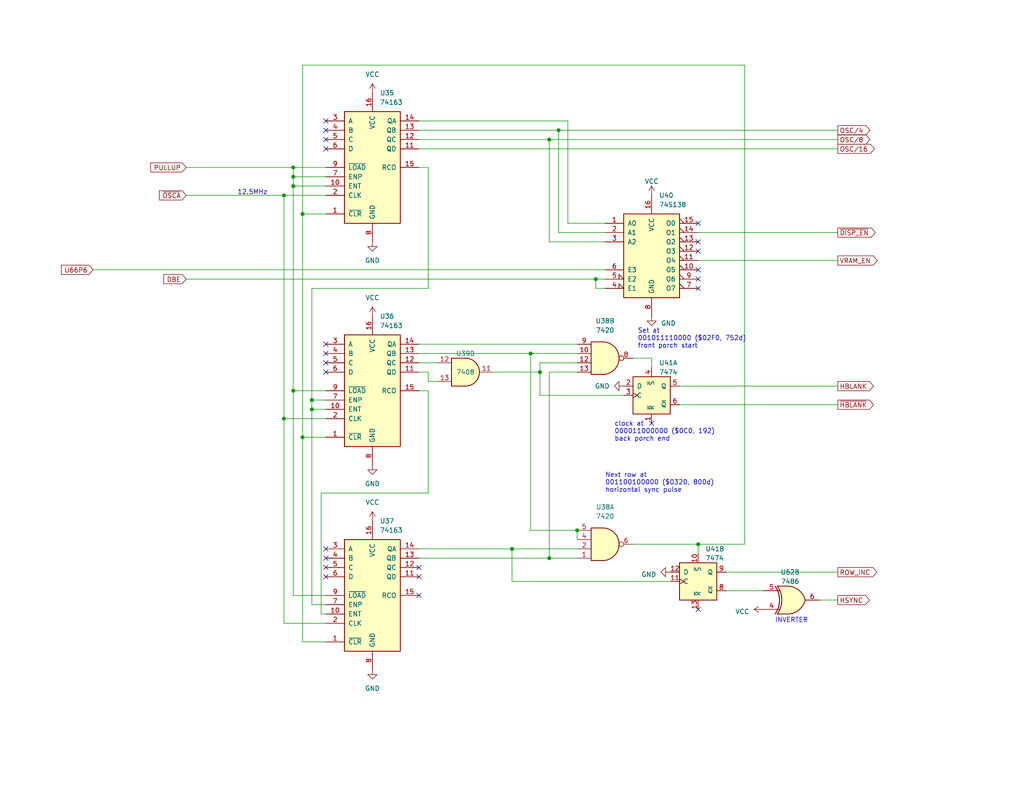
<source format=kicad_sch>
(kicad_sch (version 20230121) (generator eeschema)
  (paper "USLetter")
  (lib_symbols
    (symbol "74LS20_1" (pin_names (offset 1.016))
      (property "Reference" "U" (at 0 1.27 0))
      (property "Value" "74LS20_1" (at 0 -1.27 0))
      (symbol "74LS20_1_1_1"
        (arc (start -0.635 -4.445) (mid 3.7907 0) (end -0.635 4.445) (stroke (width 0.254)) (fill (type background)))
        (polyline (pts (xy -0.635 4.445) (xy -3.81 4.445) (xy -3.81 -4.445) (xy -0.635 -4.445)) (stroke (width 0.254)) (fill (type background)))
        (pin input line (at -7.62 3.81 0) (length 3.81) (name "~") (number "1"))
        (pin input line (at -7.62 1.27 0) (length 3.81) (name "~") (number "2"))
        (pin input line (at -7.62 -1.27 0) (length 3.81) (name "~") (number "4"))
        (pin input line (at -7.62 -3.81 0) (length 3.81) (name "~") (number "5"))
        (pin output inverted (at 7.62 0 180) (length 3.81) (name "~") (number "6"))
      )
      (symbol "74LS20_1_1_2"
        (arc (start -3.81 -4.445) (mid -2.5908 0) (end -3.81 4.445) (stroke (width 0.254)))
        (arc (start -0.6096 -4.445) (mid 2.2246 -2.8422) (end 3.81 0) (stroke (width 0.254)) (fill (type background)))
        (polyline (pts (xy -3.81 -4.445) (xy -0.635 -4.445)) (stroke (width 0.254)) (fill (type background)))
        (polyline (pts (xy -3.81 4.445) (xy -0.635 4.445)) (stroke (width 0.254)) (fill (type background)))
        (polyline (pts (xy -0.635 4.445) (xy -3.81 4.445) (xy -3.81 4.445) (xy -3.6322 4.0894) (xy -3.0988 2.921) (xy -2.7686 1.6764) (xy -2.6162 0.4318) (xy -2.6416 -0.8636) (xy -2.8702 -2.1082) (xy -3.2512 -3.3274) (xy -3.81 -4.445) (xy -3.81 -4.445) (xy -0.635 -4.445)) (stroke (width -25.4)) (fill (type background)))
        (arc (start 3.81 0) (mid 2.2204 2.8379) (end -0.6096 4.445) (stroke (width 0.254)) (fill (type background)))
        (pin input inverted (at -7.62 3.81 0) (length 3.81) (name "~") (number "1"))
        (pin input inverted (at -7.62 1.27 0) (length 4.826) (name "~") (number "2"))
        (pin input inverted (at -7.62 -1.27 0) (length 4.826) (name "~") (number "4"))
        (pin input inverted (at -7.62 -3.81 0) (length 3.81) (name "~") (number "5"))
        (pin output line (at 7.62 0 180) (length 3.81) (name "~") (number "6"))
      )
      (symbol "74LS20_1_2_1"
        (arc (start -0.635 -4.445) (mid 3.7907 0) (end -0.635 4.445) (stroke (width 0.254)) (fill (type background)))
        (polyline (pts (xy -0.635 4.445) (xy -3.81 4.445) (xy -3.81 -4.445) (xy -0.635 -4.445)) (stroke (width 0.254)) (fill (type background)))
        (pin input line (at -7.62 1.27 0) (length 3.81) (name "~") (number "10"))
        (pin input line (at -7.62 -1.27 0) (length 3.81) (name "~") (number "12"))
        (pin input line (at -7.62 -3.81 0) (length 3.81) (name "~") (number "13"))
        (pin output inverted (at 7.62 0 180) (length 3.81) (name "~") (number "8"))
        (pin input line (at -7.62 3.81 0) (length 3.81) (name "~") (number "9"))
      )
      (symbol "74LS20_1_2_2"
        (arc (start -3.81 -4.445) (mid -2.5908 0) (end -3.81 4.445) (stroke (width 0.254)))
        (arc (start -0.6096 -4.445) (mid 2.2246 -2.8422) (end 3.81 0) (stroke (width 0.254)) (fill (type background)))
        (polyline (pts (xy -3.81 -4.445) (xy -0.635 -4.445)) (stroke (width 0.254)) (fill (type background)))
        (polyline (pts (xy -3.81 4.445) (xy -0.635 4.445)) (stroke (width 0.254)) (fill (type background)))
        (polyline (pts (xy -0.635 4.445) (xy -3.81 4.445) (xy -3.81 4.445) (xy -3.6322 4.0894) (xy -3.0988 2.921) (xy -2.7686 1.6764) (xy -2.6162 0.4318) (xy -2.6416 -0.8636) (xy -2.8702 -2.1082) (xy -3.2512 -3.3274) (xy -3.81 -4.445) (xy -3.81 -4.445) (xy -0.635 -4.445)) (stroke (width -25.4)) (fill (type background)))
        (arc (start 3.81 0) (mid 2.2204 2.8379) (end -0.6096 4.445) (stroke (width 0.254)) (fill (type background)))
        (pin input inverted (at -7.62 1.27 0) (length 4.826) (name "~") (number "10"))
        (pin input inverted (at -7.62 -1.27 0) (length 4.826) (name "~") (number "12"))
        (pin input inverted (at -7.62 -3.81 0) (length 3.81) (name "~") (number "13"))
        (pin output line (at 7.62 0 180) (length 3.81) (name "~") (number "8"))
        (pin input inverted (at -7.62 3.81 0) (length 3.81) (name "~") (number "9"))
      )
      (symbol "74LS20_1_3_0"
        (pin power_in line (at 0 12.7 270) (length 5.08) (name "VCC") (number "14"))
        (pin power_in line (at 0 -12.7 90) (length 5.08) (name "GND") (number "7"))
      )
      (symbol "74LS20_1_3_1"
        (rectangle (start -5.08 7.62) (end 5.08 -7.62) (stroke (width 0.254)) (fill (type background)))
      )
    )
    (symbol "74LS20_2" (pin_names (offset 1.016))
      (property "Reference" "U" (at 0 1.27 0))
      (property "Value" "74LS20_2" (at 0 -1.27 0))
      (symbol "74LS20_2_1_1"
        (arc (start -0.635 -4.445) (mid 3.7907 0) (end -0.635 4.445) (stroke (width 0.254)) (fill (type background)))
        (polyline (pts (xy -0.635 4.445) (xy -3.81 4.445) (xy -3.81 -4.445) (xy -0.635 -4.445)) (stroke (width 0.254)) (fill (type background)))
        (pin input line (at -7.62 3.81 0) (length 3.81) (name "~") (number "1"))
        (pin input line (at -7.62 1.27 0) (length 3.81) (name "~") (number "2"))
        (pin input line (at -7.62 -1.27 0) (length 3.81) (name "~") (number "4"))
        (pin input line (at -7.62 -3.81 0) (length 3.81) (name "~") (number "5"))
        (pin output inverted (at 7.62 0 180) (length 3.81) (name "~") (number "6"))
      )
      (symbol "74LS20_2_1_2"
        (arc (start -3.81 -4.445) (mid -2.5908 0) (end -3.81 4.445) (stroke (width 0.254)))
        (arc (start -0.6096 -4.445) (mid 2.2246 -2.8422) (end 3.81 0) (stroke (width 0.254)) (fill (type background)))
        (polyline (pts (xy -3.81 -4.445) (xy -0.635 -4.445)) (stroke (width 0.254)) (fill (type background)))
        (polyline (pts (xy -3.81 4.445) (xy -0.635 4.445)) (stroke (width 0.254)) (fill (type background)))
        (polyline (pts (xy -0.635 4.445) (xy -3.81 4.445) (xy -3.81 4.445) (xy -3.6322 4.0894) (xy -3.0988 2.921) (xy -2.7686 1.6764) (xy -2.6162 0.4318) (xy -2.6416 -0.8636) (xy -2.8702 -2.1082) (xy -3.2512 -3.3274) (xy -3.81 -4.445) (xy -3.81 -4.445) (xy -0.635 -4.445)) (stroke (width -25.4)) (fill (type background)))
        (arc (start 3.81 0) (mid 2.2204 2.8379) (end -0.6096 4.445) (stroke (width 0.254)) (fill (type background)))
        (pin input inverted (at -7.62 3.81 0) (length 3.81) (name "~") (number "1"))
        (pin input inverted (at -7.62 1.27 0) (length 4.826) (name "~") (number "2"))
        (pin input inverted (at -7.62 -1.27 0) (length 4.826) (name "~") (number "4"))
        (pin input inverted (at -7.62 -3.81 0) (length 3.81) (name "~") (number "5"))
        (pin output line (at 7.62 0 180) (length 3.81) (name "~") (number "6"))
      )
      (symbol "74LS20_2_2_1"
        (arc (start -0.635 -4.445) (mid 3.7907 0) (end -0.635 4.445) (stroke (width 0.254)) (fill (type background)))
        (polyline (pts (xy -0.635 4.445) (xy -3.81 4.445) (xy -3.81 -4.445) (xy -0.635 -4.445)) (stroke (width 0.254)) (fill (type background)))
        (pin input line (at -7.62 1.27 0) (length 3.81) (name "~") (number "10"))
        (pin input line (at -7.62 -1.27 0) (length 3.81) (name "~") (number "12"))
        (pin input line (at -7.62 -3.81 0) (length 3.81) (name "~") (number "13"))
        (pin output inverted (at 7.62 0 180) (length 3.81) (name "~") (number "8"))
        (pin input line (at -7.62 3.81 0) (length 3.81) (name "~") (number "9"))
      )
      (symbol "74LS20_2_2_2"
        (arc (start -3.81 -4.445) (mid -2.5908 0) (end -3.81 4.445) (stroke (width 0.254)))
        (arc (start -0.6096 -4.445) (mid 2.2246 -2.8422) (end 3.81 0) (stroke (width 0.254)) (fill (type background)))
        (polyline (pts (xy -3.81 -4.445) (xy -0.635 -4.445)) (stroke (width 0.254)) (fill (type background)))
        (polyline (pts (xy -3.81 4.445) (xy -0.635 4.445)) (stroke (width 0.254)) (fill (type background)))
        (polyline (pts (xy -0.635 4.445) (xy -3.81 4.445) (xy -3.81 4.445) (xy -3.6322 4.0894) (xy -3.0988 2.921) (xy -2.7686 1.6764) (xy -2.6162 0.4318) (xy -2.6416 -0.8636) (xy -2.8702 -2.1082) (xy -3.2512 -3.3274) (xy -3.81 -4.445) (xy -3.81 -4.445) (xy -0.635 -4.445)) (stroke (width -25.4)) (fill (type background)))
        (arc (start 3.81 0) (mid 2.2204 2.8379) (end -0.6096 4.445) (stroke (width 0.254)) (fill (type background)))
        (pin input inverted (at -7.62 1.27 0) (length 4.826) (name "~") (number "10"))
        (pin input inverted (at -7.62 -1.27 0) (length 4.826) (name "~") (number "12"))
        (pin input inverted (at -7.62 -3.81 0) (length 3.81) (name "~") (number "13"))
        (pin output line (at 7.62 0 180) (length 3.81) (name "~") (number "8"))
        (pin input inverted (at -7.62 3.81 0) (length 3.81) (name "~") (number "9"))
      )
      (symbol "74LS20_2_3_0"
        (pin power_in line (at 0 12.7 270) (length 5.08) (name "VCC") (number "14"))
        (pin power_in line (at 0 -12.7 90) (length 5.08) (name "GND") (number "7"))
      )
      (symbol "74LS20_2_3_1"
        (rectangle (start -5.08 7.62) (end 5.08 -7.62) (stroke (width 0.254)) (fill (type background)))
      )
    )
    (symbol "74xx:74LS08" (pin_names (offset 1.016))
      (property "Reference" "U" (at 0 1.27 0))
      (property "Value" "74LS08" (at 0 -1.27 0))
      (symbol "74LS08_1_1"
        (arc (start 0 -3.81) (mid 3.7934 0) (end 0 3.81) (stroke (width 0.254)) (fill (type background)))
        (polyline (pts (xy 0 3.81) (xy -3.81 3.81) (xy -3.81 -3.81) (xy 0 -3.81)) (stroke (width 0.254)) (fill (type background)))
        (pin input line (at -7.62 2.54 0) (length 3.81) (name "~") (number "1"))
        (pin input line (at -7.62 -2.54 0) (length 3.81) (name "~") (number "2"))
        (pin output line (at 7.62 0 180) (length 3.81) (name "~") (number "3"))
      )
      (symbol "74LS08_1_2"
        (arc (start -3.81 -3.81) (mid -2.589 0) (end -3.81 3.81) (stroke (width 0.254)))
        (arc (start -0.6096 -3.81) (mid 2.1855 -2.584) (end 3.81 0) (stroke (width 0.254)) (fill (type background)))
        (polyline (pts (xy -3.81 -3.81) (xy -0.635 -3.81)) (stroke (width 0.254)) (fill (type background)))
        (polyline (pts (xy -3.81 3.81) (xy -0.635 3.81)) (stroke (width 0.254)) (fill (type background)))
        (polyline (pts (xy -0.635 3.81) (xy -3.81 3.81) (xy -3.81 3.81) (xy -3.556 3.4036) (xy -3.0226 2.2606) (xy -2.6924 1.0414) (xy -2.6162 -0.254) (xy -2.7686 -1.4986) (xy -3.175 -2.7178) (xy -3.81 -3.81) (xy -3.81 -3.81) (xy -0.635 -3.81)) (stroke (width -25.4)) (fill (type background)))
        (arc (start 3.81 0) (mid 2.1928 2.5925) (end -0.6096 3.81) (stroke (width 0.254)) (fill (type background)))
        (pin input inverted (at -7.62 2.54 0) (length 4.318) (name "~") (number "1"))
        (pin input inverted (at -7.62 -2.54 0) (length 4.318) (name "~") (number "2"))
        (pin output inverted (at 7.62 0 180) (length 3.81) (name "~") (number "3"))
      )
      (symbol "74LS08_2_1"
        (arc (start 0 -3.81) (mid 3.7934 0) (end 0 3.81) (stroke (width 0.254)) (fill (type background)))
        (polyline (pts (xy 0 3.81) (xy -3.81 3.81) (xy -3.81 -3.81) (xy 0 -3.81)) (stroke (width 0.254)) (fill (type background)))
        (pin input line (at -7.62 2.54 0) (length 3.81) (name "~") (number "4"))
        (pin input line (at -7.62 -2.54 0) (length 3.81) (name "~") (number "5"))
        (pin output line (at 7.62 0 180) (length 3.81) (name "~") (number "6"))
      )
      (symbol "74LS08_2_2"
        (arc (start -3.81 -3.81) (mid -2.589 0) (end -3.81 3.81) (stroke (width 0.254)))
        (arc (start -0.6096 -3.81) (mid 2.1855 -2.584) (end 3.81 0) (stroke (width 0.254)) (fill (type background)))
        (polyline (pts (xy -3.81 -3.81) (xy -0.635 -3.81)) (stroke (width 0.254)) (fill (type background)))
        (polyline (pts (xy -3.81 3.81) (xy -0.635 3.81)) (stroke (width 0.254)) (fill (type background)))
        (polyline (pts (xy -0.635 3.81) (xy -3.81 3.81) (xy -3.81 3.81) (xy -3.556 3.4036) (xy -3.0226 2.2606) (xy -2.6924 1.0414) (xy -2.6162 -0.254) (xy -2.7686 -1.4986) (xy -3.175 -2.7178) (xy -3.81 -3.81) (xy -3.81 -3.81) (xy -0.635 -3.81)) (stroke (width -25.4)) (fill (type background)))
        (arc (start 3.81 0) (mid 2.1928 2.5925) (end -0.6096 3.81) (stroke (width 0.254)) (fill (type background)))
        (pin input inverted (at -7.62 2.54 0) (length 4.318) (name "~") (number "4"))
        (pin input inverted (at -7.62 -2.54 0) (length 4.318) (name "~") (number "5"))
        (pin output inverted (at 7.62 0 180) (length 3.81) (name "~") (number "6"))
      )
      (symbol "74LS08_3_1"
        (arc (start 0 -3.81) (mid 3.7934 0) (end 0 3.81) (stroke (width 0.254)) (fill (type background)))
        (polyline (pts (xy 0 3.81) (xy -3.81 3.81) (xy -3.81 -3.81) (xy 0 -3.81)) (stroke (width 0.254)) (fill (type background)))
        (pin input line (at -7.62 -2.54 0) (length 3.81) (name "~") (number "10"))
        (pin output line (at 7.62 0 180) (length 3.81) (name "~") (number "8"))
        (pin input line (at -7.62 2.54 0) (length 3.81) (name "~") (number "9"))
      )
      (symbol "74LS08_3_2"
        (arc (start -3.81 -3.81) (mid -2.589 0) (end -3.81 3.81) (stroke (width 0.254)))
        (arc (start -0.6096 -3.81) (mid 2.1855 -2.584) (end 3.81 0) (stroke (width 0.254)) (fill (type background)))
        (polyline (pts (xy -3.81 -3.81) (xy -0.635 -3.81)) (stroke (width 0.254)) (fill (type background)))
        (polyline (pts (xy -3.81 3.81) (xy -0.635 3.81)) (stroke (width 0.254)) (fill (type background)))
        (polyline (pts (xy -0.635 3.81) (xy -3.81 3.81) (xy -3.81 3.81) (xy -3.556 3.4036) (xy -3.0226 2.2606) (xy -2.6924 1.0414) (xy -2.6162 -0.254) (xy -2.7686 -1.4986) (xy -3.175 -2.7178) (xy -3.81 -3.81) (xy -3.81 -3.81) (xy -0.635 -3.81)) (stroke (width -25.4)) (fill (type background)))
        (arc (start 3.81 0) (mid 2.1928 2.5925) (end -0.6096 3.81) (stroke (width 0.254)) (fill (type background)))
        (pin input inverted (at -7.62 -2.54 0) (length 4.318) (name "~") (number "10"))
        (pin output inverted (at 7.62 0 180) (length 3.81) (name "~") (number "8"))
        (pin input inverted (at -7.62 2.54 0) (length 4.318) (name "~") (number "9"))
      )
      (symbol "74LS08_4_1"
        (arc (start 0 -3.81) (mid 3.7934 0) (end 0 3.81) (stroke (width 0.254)) (fill (type background)))
        (polyline (pts (xy 0 3.81) (xy -3.81 3.81) (xy -3.81 -3.81) (xy 0 -3.81)) (stroke (width 0.254)) (fill (type background)))
        (pin output line (at 7.62 0 180) (length 3.81) (name "~") (number "11"))
        (pin input line (at -7.62 2.54 0) (length 3.81) (name "~") (number "12"))
        (pin input line (at -7.62 -2.54 0) (length 3.81) (name "~") (number "13"))
      )
      (symbol "74LS08_4_2"
        (arc (start -3.81 -3.81) (mid -2.589 0) (end -3.81 3.81) (stroke (width 0.254)))
        (arc (start -0.6096 -3.81) (mid 2.1855 -2.584) (end 3.81 0) (stroke (width 0.254)) (fill (type background)))
        (polyline (pts (xy -3.81 -3.81) (xy -0.635 -3.81)) (stroke (width 0.254)) (fill (type background)))
        (polyline (pts (xy -3.81 3.81) (xy -0.635 3.81)) (stroke (width 0.254)) (fill (type background)))
        (polyline (pts (xy -0.635 3.81) (xy -3.81 3.81) (xy -3.81 3.81) (xy -3.556 3.4036) (xy -3.0226 2.2606) (xy -2.6924 1.0414) (xy -2.6162 -0.254) (xy -2.7686 -1.4986) (xy -3.175 -2.7178) (xy -3.81 -3.81) (xy -3.81 -3.81) (xy -0.635 -3.81)) (stroke (width -25.4)) (fill (type background)))
        (arc (start 3.81 0) (mid 2.1928 2.5925) (end -0.6096 3.81) (stroke (width 0.254)) (fill (type background)))
        (pin output inverted (at 7.62 0 180) (length 3.81) (name "~") (number "11"))
        (pin input inverted (at -7.62 2.54 0) (length 4.318) (name "~") (number "12"))
        (pin input inverted (at -7.62 -2.54 0) (length 4.318) (name "~") (number "13"))
      )
      (symbol "74LS08_5_0"
        (pin power_in line (at 0 12.7 270) (length 5.08) (name "VCC") (number "14"))
        (pin power_in line (at 0 -12.7 90) (length 5.08) (name "GND") (number "7"))
      )
      (symbol "74LS08_5_1"
        (rectangle (start -5.08 7.62) (end 5.08 -7.62) (stroke (width 0.254)) (fill (type background)))
      )
    )
    (symbol "74xx:74LS138" (pin_names (offset 1.016))
      (property "Reference" "U" (at -7.62 11.43 0))
      (property "Value" "74LS138" (at -7.62 -13.97 0))
      (symbol "74LS138_1_0"
        (pin input line (at -12.7 7.62 0) (length 5.08) (name "A0") (number "1"))
        (pin output output_low (at 12.7 -5.08 180) (length 5.08) (name "O5") (number "10"))
        (pin output output_low (at 12.7 -2.54 180) (length 5.08) (name "O4") (number "11"))
        (pin output output_low (at 12.7 0 180) (length 5.08) (name "O3") (number "12"))
        (pin output output_low (at 12.7 2.54 180) (length 5.08) (name "O2") (number "13"))
        (pin output output_low (at 12.7 5.08 180) (length 5.08) (name "O1") (number "14"))
        (pin output output_low (at 12.7 7.62 180) (length 5.08) (name "O0") (number "15"))
        (pin power_in line (at 0 15.24 270) (length 5.08) (name "VCC") (number "16"))
        (pin input line (at -12.7 5.08 0) (length 5.08) (name "A1") (number "2"))
        (pin input line (at -12.7 2.54 0) (length 5.08) (name "A2") (number "3"))
        (pin input input_low (at -12.7 -10.16 0) (length 5.08) (name "E1") (number "4"))
        (pin input input_low (at -12.7 -7.62 0) (length 5.08) (name "E2") (number "5"))
        (pin input line (at -12.7 -5.08 0) (length 5.08) (name "E3") (number "6"))
        (pin output output_low (at 12.7 -10.16 180) (length 5.08) (name "O7") (number "7"))
        (pin power_in line (at 0 -17.78 90) (length 5.08) (name "GND") (number "8"))
        (pin output output_low (at 12.7 -7.62 180) (length 5.08) (name "O6") (number "9"))
      )
      (symbol "74LS138_1_1"
        (rectangle (start -7.62 10.16) (end 7.62 -12.7) (stroke (width 0.254)) (fill (type background)))
      )
    )
    (symbol "74xx:74LS74" (pin_names (offset 1.016))
      (property "Reference" "U" (at -7.62 8.89 0))
      (property "Value" "74LS74" (at -7.62 -8.89 0))
      (symbol "74LS74_1_0"
        (pin input line (at 0 -7.62 90) (length 2.54) (name "~{R}") (number "1"))
        (pin input line (at -7.62 2.54 0) (length 2.54) (name "D") (number "2"))
        (pin input clock (at -7.62 0 0) (length 2.54) (name "C") (number "3"))
        (pin input line (at 0 7.62 270) (length 2.54) (name "~{S}") (number "4"))
        (pin output line (at 7.62 2.54 180) (length 2.54) (name "Q") (number "5"))
        (pin output line (at 7.62 -2.54 180) (length 2.54) (name "~{Q}") (number "6"))
      )
      (symbol "74LS74_1_1"
        (rectangle (start -5.08 5.08) (end 5.08 -5.08) (stroke (width 0.254)) (fill (type background)))
      )
      (symbol "74LS74_2_0"
        (pin input line (at 0 7.62 270) (length 2.54) (name "~{S}") (number "10"))
        (pin input clock (at -7.62 0 0) (length 2.54) (name "C") (number "11"))
        (pin input line (at -7.62 2.54 0) (length 2.54) (name "D") (number "12"))
        (pin input line (at 0 -7.62 90) (length 2.54) (name "~{R}") (number "13"))
        (pin output line (at 7.62 -2.54 180) (length 2.54) (name "~{Q}") (number "8"))
        (pin output line (at 7.62 2.54 180) (length 2.54) (name "Q") (number "9"))
      )
      (symbol "74LS74_2_1"
        (rectangle (start -5.08 5.08) (end 5.08 -5.08) (stroke (width 0.254)) (fill (type background)))
      )
      (symbol "74LS74_3_0"
        (pin power_in line (at 0 10.16 270) (length 2.54) (name "VCC") (number "14"))
        (pin power_in line (at 0 -10.16 90) (length 2.54) (name "GND") (number "7"))
      )
      (symbol "74LS74_3_1"
        (rectangle (start -5.08 7.62) (end 5.08 -7.62) (stroke (width 0.254)) (fill (type background)))
      )
    )
    (symbol "74xx:74LS86" (pin_names (offset 1.016))
      (property "Reference" "U" (at 0 1.27 0))
      (property "Value" "74LS86" (at 0 -1.27 0))
      (symbol "74LS86_1_0"
        (arc (start -4.4196 -3.81) (mid -3.2033 0) (end -4.4196 3.81) (stroke (width 0.254)))
        (arc (start -3.81 -3.81) (mid -2.589 0) (end -3.81 3.81) (stroke (width 0.254)))
        (arc (start -0.6096 -3.81) (mid 2.1855 -2.584) (end 3.81 0) (stroke (width 0.254)) (fill (type background)))
        (polyline (pts (xy -3.81 -3.81) (xy -0.635 -3.81)) (stroke (width 0.254)) (fill (type background)))
        (polyline (pts (xy -3.81 3.81) (xy -0.635 3.81)) (stroke (width 0.254)) (fill (type background)))
        (polyline (pts (xy -0.635 3.81) (xy -3.81 3.81) (xy -3.81 3.81) (xy -3.556 3.4036) (xy -3.0226 2.2606) (xy -2.6924 1.0414) (xy -2.6162 -0.254) (xy -2.7686 -1.4986) (xy -3.175 -2.7178) (xy -3.81 -3.81) (xy -3.81 -3.81) (xy -0.635 -3.81)) (stroke (width -25.4)) (fill (type background)))
        (arc (start 3.81 0) (mid 2.1928 2.5925) (end -0.6096 3.81) (stroke (width 0.254)) (fill (type background)))
        (pin input line (at -7.62 2.54 0) (length 4.445) (name "~") (number "1"))
        (pin input line (at -7.62 -2.54 0) (length 4.445) (name "~") (number "2"))
        (pin output line (at 7.62 0 180) (length 3.81) (name "~") (number "3"))
      )
      (symbol "74LS86_1_1"
        (polyline (pts (xy -3.81 -2.54) (xy -3.175 -2.54)) (stroke (width 0.1524)))
        (polyline (pts (xy -3.81 2.54) (xy -3.175 2.54)) (stroke (width 0.1524)))
      )
      (symbol "74LS86_2_0"
        (arc (start -4.4196 -3.81) (mid -3.2033 0) (end -4.4196 3.81) (stroke (width 0.254)))
        (arc (start -3.81 -3.81) (mid -2.589 0) (end -3.81 3.81) (stroke (width 0.254)))
        (arc (start -0.6096 -3.81) (mid 2.1855 -2.584) (end 3.81 0) (stroke (width 0.254)) (fill (type background)))
        (polyline (pts (xy -3.81 -3.81) (xy -0.635 -3.81)) (stroke (width 0.254)) (fill (type background)))
        (polyline (pts (xy -3.81 3.81) (xy -0.635 3.81)) (stroke (width 0.254)) (fill (type background)))
        (polyline (pts (xy -0.635 3.81) (xy -3.81 3.81) (xy -3.81 3.81) (xy -3.556 3.4036) (xy -3.0226 2.2606) (xy -2.6924 1.0414) (xy -2.6162 -0.254) (xy -2.7686 -1.4986) (xy -3.175 -2.7178) (xy -3.81 -3.81) (xy -3.81 -3.81) (xy -0.635 -3.81)) (stroke (width -25.4)) (fill (type background)))
        (arc (start 3.81 0) (mid 2.1928 2.5925) (end -0.6096 3.81) (stroke (width 0.254)) (fill (type background)))
        (pin input line (at -7.62 2.54 0) (length 4.445) (name "~") (number "4"))
        (pin input line (at -7.62 -2.54 0) (length 4.445) (name "~") (number "5"))
        (pin output line (at 7.62 0 180) (length 3.81) (name "~") (number "6"))
      )
      (symbol "74LS86_2_1"
        (polyline (pts (xy -3.81 -2.54) (xy -3.175 -2.54)) (stroke (width 0.1524)))
        (polyline (pts (xy -3.81 2.54) (xy -3.175 2.54)) (stroke (width 0.1524)))
      )
      (symbol "74LS86_3_0"
        (arc (start -4.4196 -3.81) (mid -3.2033 0) (end -4.4196 3.81) (stroke (width 0.254)))
        (arc (start -3.81 -3.81) (mid -2.589 0) (end -3.81 3.81) (stroke (width 0.254)))
        (arc (start -0.6096 -3.81) (mid 2.1855 -2.584) (end 3.81 0) (stroke (width 0.254)) (fill (type background)))
        (polyline (pts (xy -3.81 -3.81) (xy -0.635 -3.81)) (stroke (width 0.254)) (fill (type background)))
        (polyline (pts (xy -3.81 3.81) (xy -0.635 3.81)) (stroke (width 0.254)) (fill (type background)))
        (polyline (pts (xy -0.635 3.81) (xy -3.81 3.81) (xy -3.81 3.81) (xy -3.556 3.4036) (xy -3.0226 2.2606) (xy -2.6924 1.0414) (xy -2.6162 -0.254) (xy -2.7686 -1.4986) (xy -3.175 -2.7178) (xy -3.81 -3.81) (xy -3.81 -3.81) (xy -0.635 -3.81)) (stroke (width -25.4)) (fill (type background)))
        (arc (start 3.81 0) (mid 2.1928 2.5925) (end -0.6096 3.81) (stroke (width 0.254)) (fill (type background)))
        (pin input line (at -7.62 -2.54 0) (length 4.445) (name "~") (number "10"))
        (pin output line (at 7.62 0 180) (length 3.81) (name "~") (number "8"))
        (pin input line (at -7.62 2.54 0) (length 4.445) (name "~") (number "9"))
      )
      (symbol "74LS86_3_1"
        (polyline (pts (xy -3.81 -2.54) (xy -3.175 -2.54)) (stroke (width 0.1524)))
        (polyline (pts (xy -3.81 2.54) (xy -3.175 2.54)) (stroke (width 0.1524)))
      )
      (symbol "74LS86_4_0"
        (arc (start -4.4196 -3.81) (mid -3.2033 0) (end -4.4196 3.81) (stroke (width 0.254)))
        (arc (start -3.81 -3.81) (mid -2.589 0) (end -3.81 3.81) (stroke (width 0.254)))
        (arc (start -0.6096 -3.81) (mid 2.1855 -2.584) (end 3.81 0) (stroke (width 0.254)) (fill (type background)))
        (polyline (pts (xy -3.81 -3.81) (xy -0.635 -3.81)) (stroke (width 0.254)) (fill (type background)))
        (polyline (pts (xy -3.81 3.81) (xy -0.635 3.81)) (stroke (width 0.254)) (fill (type background)))
        (polyline (pts (xy -0.635 3.81) (xy -3.81 3.81) (xy -3.81 3.81) (xy -3.556 3.4036) (xy -3.0226 2.2606) (xy -2.6924 1.0414) (xy -2.6162 -0.254) (xy -2.7686 -1.4986) (xy -3.175 -2.7178) (xy -3.81 -3.81) (xy -3.81 -3.81) (xy -0.635 -3.81)) (stroke (width -25.4)) (fill (type background)))
        (arc (start 3.81 0) (mid 2.1928 2.5925) (end -0.6096 3.81) (stroke (width 0.254)) (fill (type background)))
        (pin output line (at 7.62 0 180) (length 3.81) (name "~") (number "11"))
        (pin input line (at -7.62 2.54 0) (length 4.445) (name "~") (number "12"))
        (pin input line (at -7.62 -2.54 0) (length 4.445) (name "~") (number "13"))
      )
      (symbol "74LS86_4_1"
        (polyline (pts (xy -3.81 -2.54) (xy -3.175 -2.54)) (stroke (width 0.1524)))
        (polyline (pts (xy -3.81 2.54) (xy -3.175 2.54)) (stroke (width 0.1524)))
      )
      (symbol "74LS86_5_0"
        (pin power_in line (at 0 12.7 270) (length 5.08) (name "VCC") (number "14"))
        (pin power_in line (at 0 -12.7 90) (length 5.08) (name "GND") (number "7"))
      )
      (symbol "74LS86_5_1"
        (rectangle (start -5.08 7.62) (end 5.08 -7.62) (stroke (width 0.254)) (fill (type background)))
      )
    )
    (symbol "ambassador:74163" (pin_names (offset 1.016))
      (property "Reference" "U" (at -7.62 16.51 0))
      (property "Value" "74163" (at -7.62 -16.51 0))
      (symbol "74163_1_0"
        (pin input line (at -12.7 -12.7 0) (length 5.08) (name "~{CLR}") (number "1"))
        (pin input line (at -12.7 -5.08 0) (length 5.08) (name "ENT") (number "10"))
        (pin output line (at 12.7 5.08 180) (length 5.08) (name "QD") (number "11"))
        (pin output line (at 12.7 7.62 180) (length 5.08) (name "QC") (number "12"))
        (pin output line (at 12.7 10.16 180) (length 5.08) (name "QB") (number "13"))
        (pin output line (at 12.7 12.7 180) (length 5.08) (name "QA") (number "14"))
        (pin output line (at 12.7 0 180) (length 5.08) (name "RCO") (number "15"))
        (pin power_in line (at 0 20.32 270) (length 5.08) (name "VCC") (number "16"))
        (pin input line (at -12.7 -7.62 0) (length 5.08) (name "CLK") (number "2"))
        (pin input line (at -12.7 12.7 0) (length 5.08) (name "A") (number "3"))
        (pin input line (at -12.7 10.16 0) (length 5.08) (name "B") (number "4"))
        (pin input line (at -12.7 7.62 0) (length 5.08) (name "C") (number "5"))
        (pin input line (at -12.7 5.08 0) (length 5.08) (name "D") (number "6"))
        (pin input line (at -12.7 -2.54 0) (length 5.08) (name "ENP") (number "7"))
        (pin power_in line (at 0 -20.32 90) (length 5.08) (name "GND") (number "8"))
        (pin input line (at -12.7 0 0) (length 5.08) (name "~{LOAD}") (number "9"))
      )
      (symbol "74163_1_1"
        (rectangle (start -7.62 15.24) (end 7.62 -15.24) (stroke (width 0.254)) (fill (type background)))
      )
    )
    (symbol "power:GND" (power) (pin_names (offset 0))
      (property "Value" "GND" (at 0 -3.81 0))
      (symbol "GND_0_1"
        (polyline (pts (xy 0 0) (xy 0 -1.27) (xy 1.27 -1.27) (xy 0 -2.54) (xy -1.27 -1.27) (xy 0 -1.27)))
      )
      (symbol "GND_1_1"
        (pin power_in line (at 0 0 270) (length 0) hide (name "GND") (number "1"))
      )
    )
    (symbol "power:VCC" (power) (pin_names (offset 0))
      (property "Value" "VCC" (at 0 3.81 0))
      (symbol "VCC_0_1"
        (polyline (pts (xy -0.762 1.27) (xy 0 2.54)))
        (polyline (pts (xy 0 0) (xy 0 2.54)))
        (polyline (pts (xy 0 2.54) (xy 0.762 1.27)))
      )
      (symbol "VCC_1_1"
        (pin power_in line (at 0 0 90) (length 0) hide (name "VCC") (number "1"))
      )
    )
  )
  (junction (at 147.32 101.6))
  (junction (at 152.4 35.56))
  (junction (at 82.55 119.38))
  (junction (at 139.7 149.86))
  (junction (at 149.86 38.1))
  (junction (at 157.48 144.78))
  (junction (at 80.01 106.68))
  (junction (at 85.09 109.22))
  (junction (at 82.55 58.42))
  (junction (at 80.01 48.26))
  (junction (at 149.86 152.4))
  (junction (at 85.09 111.76))
  (junction (at 190.5 148.59))
  (junction (at 144.78 96.52))
  (junction (at 80.01 50.8))
  (junction (at 77.47 53.34))
  (junction (at 77.47 114.3))
  (junction (at 162.56 76.2))
  (junction (at 80.01 45.72))
  (no_connect (at 88.9 35.56))
  (no_connect (at 177.8 115.57))
  (no_connect (at 88.9 33.02))
  (no_connect (at 88.9 38.1))
  (no_connect (at 88.9 96.52))
  (no_connect (at 88.9 99.06))
  (no_connect (at 88.9 101.6))
  (no_connect (at 88.9 93.98))
  (no_connect (at 88.9 149.86))
  (no_connect (at 114.3 157.48))
  (no_connect (at 114.3 162.56))
  (no_connect (at 114.3 154.94))
  (no_connect (at 88.9 152.4))
  (no_connect (at 88.9 154.94))
  (no_connect (at 88.9 157.48))
  (no_connect (at 88.9 40.64))
  (no_connect (at 190.5 60.96))
  (no_connect (at 190.5 73.66))
  (no_connect (at 190.5 66.04))
  (no_connect (at 190.5 68.58))
  (no_connect (at 190.5 76.2))
  (no_connect (at 190.5 78.74))
  (no_connect (at 190.5 166.37))
  (wire (pts (xy 77.47 53.34) (xy 50.8 53.34)))
  (wire (pts (xy 114.3 96.52) (xy 144.78 96.52)))
  (wire (pts (xy 88.9 48.26) (xy 80.01 48.26)))
  (wire (pts (xy 190.5 151.13) (xy 190.5 148.59)))
  (wire (pts (xy 203.2 17.78) (xy 203.2 148.59)))
  (wire (pts (xy 77.47 114.3) (xy 77.47 53.34)))
  (wire (pts (xy 228.6 40.64) (xy 114.3 40.64)))
  (wire (pts (xy 85.09 111.76) (xy 85.09 165.1)))
  (wire (pts (xy 228.6 71.12) (xy 190.5 71.12)))
  (wire (pts (xy 88.9 45.72) (xy 80.01 45.72)))
  (wire (pts (xy 162.56 76.2) (xy 165.1 76.2)))
  (wire (pts (xy 77.47 53.34) (xy 88.9 53.34)))
  (wire (pts (xy 149.86 38.1) (xy 149.86 66.04)))
  (wire (pts (xy 228.6 105.41) (xy 185.42 105.41)))
  (wire (pts (xy 114.3 93.98) (xy 157.48 93.98)))
  (wire (pts (xy 157.48 144.78) (xy 157.48 147.32)))
  (wire (pts (xy 80.01 45.72) (xy 50.8 45.72)))
  (wire (pts (xy 228.6 163.83) (xy 223.52 163.83)))
  (wire (pts (xy 198.12 161.29) (xy 208.28 161.29)))
  (wire (pts (xy 114.3 99.06) (xy 119.38 99.06)))
  (wire (pts (xy 154.94 33.02) (xy 154.94 60.96)))
  (wire (pts (xy 80.01 50.8) (xy 80.01 48.26)))
  (wire (pts (xy 80.01 106.68) (xy 88.9 106.68)))
  (wire (pts (xy 149.86 66.04) (xy 165.1 66.04)))
  (wire (pts (xy 152.4 63.5) (xy 165.1 63.5)))
  (wire (pts (xy 87.63 134.62) (xy 116.84 134.62)))
  (wire (pts (xy 82.55 17.78) (xy 82.55 58.42)))
  (wire (pts (xy 228.6 110.49) (xy 185.42 110.49)))
  (wire (pts (xy 85.09 165.1) (xy 88.9 165.1)))
  (wire (pts (xy 139.7 158.75) (xy 182.88 158.75)))
  (wire (pts (xy 114.3 106.68) (xy 116.84 106.68)))
  (wire (pts (xy 190.5 148.59) (xy 203.2 148.59)))
  (wire (pts (xy 190.5 63.5) (xy 228.6 63.5)))
  (wire (pts (xy 198.12 156.21) (xy 228.6 156.21)))
  (wire (pts (xy 82.55 17.78) (xy 203.2 17.78)))
  (wire (pts (xy 114.3 149.86) (xy 139.7 149.86)))
  (wire (pts (xy 149.86 38.1) (xy 228.6 38.1)))
  (wire (pts (xy 162.56 76.2) (xy 162.56 78.74)))
  (wire (pts (xy 88.9 50.8) (xy 80.01 50.8)))
  (wire (pts (xy 87.63 167.64) (xy 88.9 167.64)))
  (wire (pts (xy 114.3 35.56) (xy 152.4 35.56)))
  (wire (pts (xy 162.56 78.74) (xy 165.1 78.74)))
  (wire (pts (xy 172.72 148.59) (xy 190.5 148.59)))
  (wire (pts (xy 77.47 114.3) (xy 77.47 170.18)))
  (wire (pts (xy 116.84 78.74) (xy 85.09 78.74)))
  (wire (pts (xy 80.01 106.68) (xy 80.01 162.56)))
  (wire (pts (xy 80.01 50.8) (xy 80.01 106.68)))
  (wire (pts (xy 116.84 104.14) (xy 119.38 104.14)))
  (wire (pts (xy 177.8 100.33) (xy 177.8 97.79)))
  (wire (pts (xy 116.84 101.6) (xy 114.3 101.6)))
  (wire (pts (xy 149.86 152.4) (xy 149.86 101.6)))
  (wire (pts (xy 134.62 101.6) (xy 147.32 101.6)))
  (wire (pts (xy 116.84 134.62) (xy 116.84 106.68)))
  (wire (pts (xy 157.48 144.78) (xy 144.78 144.78)))
  (wire (pts (xy 85.09 78.74) (xy 85.09 109.22)))
  (wire (pts (xy 88.9 114.3) (xy 77.47 114.3)))
  (wire (pts (xy 82.55 119.38) (xy 88.9 119.38)))
  (wire (pts (xy 116.84 45.72) (xy 114.3 45.72)))
  (wire (pts (xy 25.4 73.66) (xy 165.1 73.66)))
  (wire (pts (xy 144.78 96.52) (xy 157.48 96.52)))
  (wire (pts (xy 149.86 152.4) (xy 157.48 152.4)))
  (wire (pts (xy 147.32 107.95) (xy 147.32 101.6)))
  (wire (pts (xy 116.84 45.72) (xy 116.84 78.74)))
  (wire (pts (xy 80.01 162.56) (xy 88.9 162.56)))
  (wire (pts (xy 77.47 170.18) (xy 88.9 170.18)))
  (wire (pts (xy 88.9 109.22) (xy 85.09 109.22)))
  (wire (pts (xy 50.8 76.2) (xy 162.56 76.2)))
  (wire (pts (xy 149.86 101.6) (xy 157.48 101.6)))
  (wire (pts (xy 82.55 119.38) (xy 82.55 175.26)))
  (wire (pts (xy 147.32 101.6) (xy 147.32 99.06)))
  (wire (pts (xy 177.8 97.79) (xy 172.72 97.79)))
  (wire (pts (xy 88.9 58.42) (xy 82.55 58.42)))
  (wire (pts (xy 139.7 149.86) (xy 139.7 158.75)))
  (wire (pts (xy 139.7 149.86) (xy 157.48 149.86)))
  (wire (pts (xy 116.84 104.14) (xy 116.84 101.6)))
  (wire (pts (xy 170.18 107.95) (xy 147.32 107.95)))
  (wire (pts (xy 80.01 45.72) (xy 80.01 48.26)))
  (wire (pts (xy 82.55 58.42) (xy 82.55 119.38)))
  (wire (pts (xy 114.3 33.02) (xy 154.94 33.02)))
  (wire (pts (xy 147.32 99.06) (xy 157.48 99.06)))
  (wire (pts (xy 87.63 134.62) (xy 87.63 167.64)))
  (wire (pts (xy 152.4 35.56) (xy 152.4 63.5)))
  (wire (pts (xy 152.4 35.56) (xy 228.6 35.56)))
  (wire (pts (xy 85.09 111.76) (xy 88.9 111.76)))
  (wire (pts (xy 144.78 144.78) (xy 144.78 96.52)))
  (wire (pts (xy 114.3 38.1) (xy 149.86 38.1)))
  (wire (pts (xy 85.09 109.22) (xy 85.09 111.76)))
  (wire (pts (xy 82.55 175.26) (xy 88.9 175.26)))
  (wire (pts (xy 114.3 152.4) (xy 149.86 152.4)))
  (wire (pts (xy 154.94 60.96) (xy 165.1 60.96)))
  (text "Next row at\n001100100000 ($0320, 800d)\nhorizontal sync pulse" (at 165.1 134.62 0) (effects (font (size 1.27 1.27)) (justify left bottom)))
  (text "INVERTER" (at 211.455 170.18 0) (effects (font (size 1.27 1.27)) (justify left bottom)))
  (text "12.5MHz" (at 64.77 53.34 0) (effects (font (size 1.27 1.27)) (justify left bottom)))
  (text "clock at\n000011000000 ($0C0, 192)\nback porch end" (at 167.64 120.65 0) (effects (font (size 1.27 1.27)) (justify left bottom)))
  (text "Set at \n001011110000 ($02F0, 752d)\nfront porch start" (at 173.99 95.25 0) (effects (font (size 1.27 1.27)) (justify left bottom)))
  (global_label "OSC{slash}8" (shape output) (at 228.6 38.1 0) (property "Intersheetrefs" "${INTERSHEET_REFS}" (effects hide)))
  (global_label "OSC{slash}16" (shape output) (at 228.6 40.64 0) (property "Intersheetrefs" "${INTERSHEET_REFS}" (effects hide)))
  (global_label "OSC{slash}4" (shape output) (at 228.6 35.56 0) (property "Intersheetrefs" "${INTERSHEET_REFS}" (effects hide)))
  (global_label "~{OSCA}" (shape input) (at 50.8 53.34 180) (property "Intersheetrefs" "${INTERSHEET_REFS}" (effects hide)))
  (global_label "PULLUP" (shape input) (at 50.8 45.72 180) (property "Intersheetrefs" "${INTERSHEET_REFS}" (effects hide)))
  (global_label "DBE" (shape input) (at 50.8 76.2 180) (property "Intersheetrefs" "${INTERSHEET_REFS}" (effects hide)))
  (global_label "~{DISP_EN}" (shape output) (at 228.6 63.5 0) (property "Intersheetrefs" "${INTERSHEET_REFS}" (effects hide)))
  (global_label "VRAM_EN" (shape output) (at 228.6 71.12 0) (property "Intersheetrefs" "${INTERSHEET_REFS}" (effects hide)))
  (global_label "U66P6" (shape input) (at 25.4 73.66 180) (property "Intersheetrefs" "${INTERSHEET_REFS}" (effects hide)))
  (global_label "~{HBLANK}" (shape output) (at 228.6 110.49 0) (property "Intersheetrefs" "${INTERSHEET_REFS}" (effects hide)))
  (global_label "HBLANK" (shape output) (at 228.6 105.41 0) (property "Intersheetrefs" "${INTERSHEET_REFS}" (effects hide)))
  (global_label "ROW_INC" (shape output) (at 228.6 156.21 0) (property "Intersheetrefs" "${INTERSHEET_REFS}" (effects hide)))
  (global_label "HSYNC" (shape output) (at 228.6 163.83 0) (property "Intersheetrefs" "${INTERSHEET_REFS}" (effects hide)))
  (symbol (lib_name "74LS20_2") (lib_id "74xx:74LS20") (at 165.1 148.59 0) (mirror x) (unit 1)
    (property "Reference" "U38" (at 165.1 138.43 0))
    (property "Value" "7420" (at 165.1 140.97 0))
    (property "Footprint" "Package_DIP:DIP-14_W7.62mm" (effects hide))
    (property "Datasheet" "http://www.ti.com/lit/gpn/sn74LS20" (effects hide))
  )
  (symbol (lib_id "power:VCC") (at 101.6 25.4 0) (unit 1)
    (property "Reference" "#PWR0300" (effects hide))
    (property "Value" "VCC" (at 101.6 20.32 0))
  )
  (symbol (lib_id "74xx:74LS138") (at 177.8 68.58 0) (unit 1)
    (property "Reference" "U40" (at 179.8194 53.34 0) (effects (justify left)))
    (property "Value" "74S138" (at 179.8194 55.88 0) (effects (justify left)))
    (property "Footprint" "Package_DIP:DIP-16_W7.62mm" (effects hide))
    (property "Datasheet" "http://www.ti.com/lit/gpn/sn74LS138" (effects hide))
  )
  (symbol (lib_id "power:GND") (at 101.6 127 0) (unit 1)
    (property "Reference" "#PWR0302" (effects hide))
    (property "Value" "GND" (at 101.6 132.08 0))
  )
  (symbol (lib_id "power:GND") (at 170.18 105.41 270) (unit 1)
    (property "Reference" "#PWR0276" (effects hide))
    (property "Value" "GND" (at 166.37 105.4099 90) (effects (justify right)))
  )
  (symbol (lib_name "74LS20_1") (lib_id "74xx:74LS20") (at 165.1 97.79 0) (unit 2)
    (property "Reference" "U38" (at 165.1 87.63 0))
    (property "Value" "7420" (at 165.1 90.17 0))
    (property "Footprint" "Package_DIP:DIP-14_W7.62mm" (effects hide))
    (property "Datasheet" "http://www.ti.com/lit/gpn/sn74LS20" (effects hide))
  )
  (symbol (lib_id "74xx:74LS74") (at 190.5 158.75 0) (unit 2)
    (property "Reference" "U41" (at 192.4559 149.86 0) (effects (justify left)))
    (property "Value" "7474" (at 192.4559 152.4 0) (effects (justify left)))
    (property "Footprint" "Package_DIP:DIP-14_W7.62mm" (effects hide))
    (property "Datasheet" "https://www.ti.com/lit/ds/symlink/sn74ls74a.pdf" (effects hide))
  )
  (symbol (lib_id "power:GND") (at 182.88 156.21 270) (unit 1)
    (property "Reference" "#PWR0299" (effects hide))
    (property "Value" "GND" (at 179.07 156.845 90) (effects (justify right)))
  )
  (symbol (lib_id "ambassador:74163") (at 101.6 106.68 0) (unit 1)
    (property "Reference" "U36" (at 103.6194 86.36 0) (effects (justify left)))
    (property "Value" "74163" (at 103.6194 88.9 0) (effects (justify left)))
    (property "Footprint" "Package_DIP:DIP-16_W7.62mm" (effects hide))
    (property "Datasheet" "https://www.ti.com/lit/ds/symlink/sn74s163.pdf" (effects hide))
  )
  (symbol (lib_id "74xx:74LS74") (at 177.8 107.95 0) (unit 1)
    (property "Reference" "U41" (at 179.8194 99.06 0) (effects (justify left)))
    (property "Value" "7474" (at 179.8194 101.6 0) (effects (justify left)))
    (property "Footprint" "Package_DIP:DIP-14_W7.62mm" (effects hide))
    (property "Datasheet" "https://www.ti.com/lit/ds/symlink/sn74ls74a.pdf" (effects hide))
  )
  (symbol (lib_id "power:VCC") (at 101.6 86.36 0) (unit 1)
    (property "Reference" "#PWR0305" (effects hide))
    (property "Value" "VCC" (at 101.6 81.28 0))
  )
  (symbol (lib_id "power:VCC") (at 208.28 166.37 90) (mirror x) (unit 1)
    (property "Reference" "#PWR013" (effects hide))
    (property "Value" "VCC" (at 204.47 167.005 90) (effects (justify left)))
  )
  (symbol (lib_id "ambassador:74163") (at 101.6 45.72 0) (unit 1)
    (property "Reference" "U35" (at 103.6194 25.4 0) (effects (justify left)))
    (property "Value" "74163" (at 103.6194 27.94 0) (effects (justify left)))
    (property "Footprint" "Package_DIP:DIP-16_W7.62mm" (effects hide))
    (property "Datasheet" "https://www.ti.com/lit/ds/symlink/sn74s163.pdf" (effects hide))
  )
  (symbol (lib_id "74xx:74LS86") (at 215.9 163.83 0) (mirror x) (unit 2)
    (property "Reference" "U62" (at 215.5952 156.21 0))
    (property "Value" "7486" (at 215.5952 158.75 0))
    (property "Footprint" "Package_DIP:DIP-14_W7.62mm" (effects hide))
    (property "Datasheet" "https://www.ti.com/lit/ds/symlink/sn74ls86a.pdf" (effects hide))
  )
  (symbol (lib_id "power:GND") (at 177.8 86.36 0) (unit 1)
    (property "Reference" "#PWR0316" (effects hide))
    (property "Value" "GND" (at 180.34 88.265 0) (effects (justify left)))
  )
  (symbol (lib_id "power:VCC") (at 177.8 53.34 0) (unit 1)
    (property "Reference" "#PWR0317" (effects hide))
    (property "Value" "VCC" (at 177.8 49.53 0))
  )
  (symbol (lib_id "power:GND") (at 101.6 66.04 0) (unit 1)
    (property "Reference" "#PWR0301" (effects hide))
    (property "Value" "GND" (at 101.6 71.12 0))
  )
  (symbol (lib_id "ambassador:74163") (at 101.6 162.56 0) (unit 1)
    (property "Reference" "U37" (at 103.6194 142.24 0) (effects (justify left)))
    (property "Value" "74163" (at 103.6194 144.78 0) (effects (justify left)))
    (property "Footprint" "Package_DIP:DIP-16_W7.62mm" (effects hide))
    (property "Datasheet" "https://www.ti.com/lit/ds/symlink/sn74s163.pdf" (effects hide))
  )
  (symbol (lib_id "power:GND") (at 101.6 182.88 0) (unit 1)
    (property "Reference" "#PWR0303" (effects hide))
    (property "Value" "GND" (at 101.6 187.96 0))
  )
  (symbol (lib_id "power:VCC") (at 101.6 142.24 0) (unit 1)
    (property "Reference" "#PWR0304" (effects hide))
    (property "Value" "VCC" (at 101.6 137.16 0))
  )
  (symbol (lib_id "74xx:74LS08") (at 127 101.6 0) (unit 4)
    (property "Reference" "U39" (at 127 96.52 0))
    (property "Value" "7408" (at 127 101.6 0))
    (property "Footprint" "Package_DIP:DIP-14_W7.62mm" (effects hide))
    (property "Datasheet" "http://www.ti.com/lit/gpn/sn74LS08" (effects hide))
  )
)
</source>
